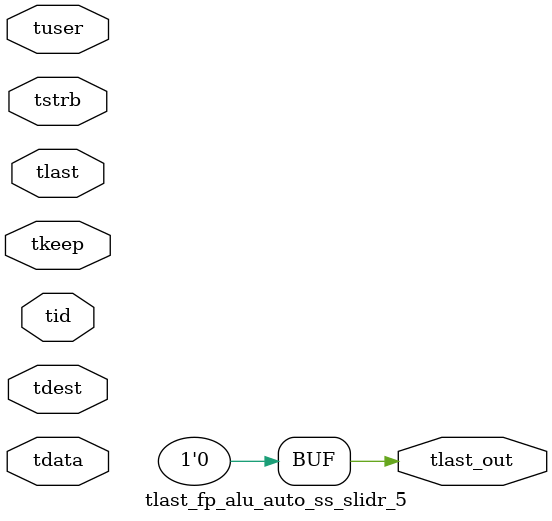
<source format=v>


`timescale 1ps/1ps

module tlast_fp_alu_auto_ss_slidr_5 #
(
parameter C_S_AXIS_TID_WIDTH   = 1,
parameter C_S_AXIS_TUSER_WIDTH = 0,
parameter C_S_AXIS_TDATA_WIDTH = 0,
parameter C_S_AXIS_TDEST_WIDTH = 0
)
(
input  [(C_S_AXIS_TID_WIDTH   == 0 ? 1 : C_S_AXIS_TID_WIDTH)-1:0       ] tid,
input  [(C_S_AXIS_TDATA_WIDTH == 0 ? 1 : C_S_AXIS_TDATA_WIDTH)-1:0     ] tdata,
input  [(C_S_AXIS_TUSER_WIDTH == 0 ? 1 : C_S_AXIS_TUSER_WIDTH)-1:0     ] tuser,
input  [(C_S_AXIS_TDEST_WIDTH == 0 ? 1 : C_S_AXIS_TDEST_WIDTH)-1:0     ] tdest,
input  [(C_S_AXIS_TDATA_WIDTH/8)-1:0 ] tkeep,
input  [(C_S_AXIS_TDATA_WIDTH/8)-1:0 ] tstrb,
input  [0:0]                                                             tlast,
output                                                                   tlast_out
);

assign tlast_out = {1'b0};

endmodule


</source>
